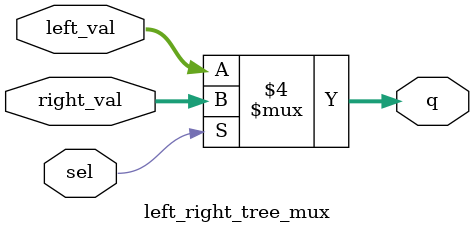
<source format=v>


module left_right_tree_mux(sel, left_val, right_val, q);
   input         sel;
   input [13:0]  left_val;
   input [13:0]  right_val;
   output [13:0] q;
   reg [13:0]    q;
   
   
   
   always @(left_val or right_val or sel)
   begin: mux0
      if (sel == 1'b1)
         q <= right_val;
      else
         q <= left_val;
   end
   
endmodule

</source>
